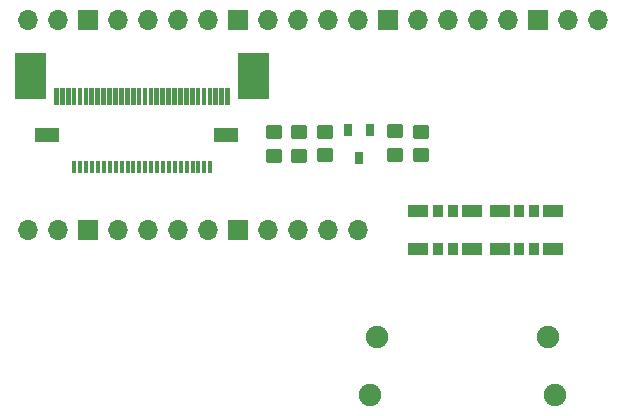
<source format=gbr>
%TF.GenerationSoftware,KiCad,Pcbnew,(6.0.11-0)*%
%TF.CreationDate,2023-07-08T11:49:35-05:00*%
%TF.ProjectId,PicoDVI-N64,5069636f-4456-4492-9d4e-36342e6b6963,rev?*%
%TF.SameCoordinates,Original*%
%TF.FileFunction,Soldermask,Bot*%
%TF.FilePolarity,Negative*%
%FSLAX46Y46*%
G04 Gerber Fmt 4.6, Leading zero omitted, Abs format (unit mm)*
G04 Created by KiCad (PCBNEW (6.0.11-0)) date 2023-07-08 11:49:35*
%MOMM*%
%LPD*%
G01*
G04 APERTURE LIST*
G04 Aperture macros list*
%AMRoundRect*
0 Rectangle with rounded corners*
0 $1 Rounding radius*
0 $2 $3 $4 $5 $6 $7 $8 $9 X,Y pos of 4 corners*
0 Add a 4 corners polygon primitive as box body*
4,1,4,$2,$3,$4,$5,$6,$7,$8,$9,$2,$3,0*
0 Add four circle primitives for the rounded corners*
1,1,$1+$1,$2,$3*
1,1,$1+$1,$4,$5*
1,1,$1+$1,$6,$7*
1,1,$1+$1,$8,$9*
0 Add four rect primitives between the rounded corners*
20,1,$1+$1,$2,$3,$4,$5,0*
20,1,$1+$1,$4,$5,$6,$7,0*
20,1,$1+$1,$6,$7,$8,$9,0*
20,1,$1+$1,$8,$9,$2,$3,0*%
G04 Aperture macros list end*
%ADD10C,1.900000*%
%ADD11O,1.700000X1.700000*%
%ADD12R,1.700000X1.700000*%
%ADD13R,1.651000X1.092200*%
%ADD14R,0.939800X1.092200*%
%ADD15RoundRect,0.250000X-0.450000X0.350000X-0.450000X-0.350000X0.450000X-0.350000X0.450000X0.350000X0*%
%ADD16R,2.000000X1.300000*%
%ADD17R,0.300000X1.000000*%
%ADD18R,0.700000X1.050000*%
G04 APERTURE END LIST*
%TO.C,X1*%
G36*
X130625000Y-89450800D02*
G01*
X130225000Y-89450800D01*
X130225000Y-88050800D01*
X130625000Y-88050800D01*
X130625000Y-89450800D01*
G37*
G36*
X132125000Y-89450800D02*
G01*
X131725000Y-89450800D01*
X131725000Y-88050800D01*
X132125000Y-88050800D01*
X132125000Y-89450800D01*
G37*
G36*
X129625000Y-89450800D02*
G01*
X129225000Y-89450800D01*
X129225000Y-88050800D01*
X129625000Y-88050800D01*
X129625000Y-89450800D01*
G37*
G36*
X124625000Y-89450800D02*
G01*
X124225000Y-89450800D01*
X124225000Y-88050800D01*
X124625000Y-88050800D01*
X124625000Y-89450800D01*
G37*
G36*
X136625000Y-89450800D02*
G01*
X136225000Y-89450800D01*
X136225000Y-88050800D01*
X136625000Y-88050800D01*
X136625000Y-89450800D01*
G37*
G36*
X137125000Y-89450800D02*
G01*
X136725000Y-89450800D01*
X136725000Y-88050800D01*
X137125000Y-88050800D01*
X137125000Y-89450800D01*
G37*
G36*
X135625000Y-89450800D02*
G01*
X135225000Y-89450800D01*
X135225000Y-88050800D01*
X135625000Y-88050800D01*
X135625000Y-89450800D01*
G37*
G36*
X133125000Y-89450800D02*
G01*
X132725000Y-89450800D01*
X132725000Y-88050800D01*
X133125000Y-88050800D01*
X133125000Y-89450800D01*
G37*
G36*
X123507000Y-88970800D02*
G01*
X120907000Y-88970800D01*
X120907000Y-85070800D01*
X123507000Y-85070800D01*
X123507000Y-88970800D01*
G37*
G36*
X128625000Y-89450800D02*
G01*
X128225000Y-89450800D01*
X128225000Y-88050800D01*
X128625000Y-88050800D01*
X128625000Y-89450800D01*
G37*
G36*
X142443000Y-88970800D02*
G01*
X139843000Y-88970800D01*
X139843000Y-85070800D01*
X142443000Y-85070800D01*
X142443000Y-88970800D01*
G37*
G36*
X138625000Y-89450800D02*
G01*
X138225000Y-89450800D01*
X138225000Y-88050800D01*
X138625000Y-88050800D01*
X138625000Y-89450800D01*
G37*
G36*
X125125000Y-89450800D02*
G01*
X124725000Y-89450800D01*
X124725000Y-88050800D01*
X125125000Y-88050800D01*
X125125000Y-89450800D01*
G37*
G36*
X137625000Y-89450800D02*
G01*
X137225000Y-89450800D01*
X137225000Y-88050800D01*
X137625000Y-88050800D01*
X137625000Y-89450800D01*
G37*
G36*
X139125000Y-89450800D02*
G01*
X138725000Y-89450800D01*
X138725000Y-88050800D01*
X139125000Y-88050800D01*
X139125000Y-89450800D01*
G37*
G36*
X131625000Y-89450800D02*
G01*
X131225000Y-89450800D01*
X131225000Y-88050800D01*
X131625000Y-88050800D01*
X131625000Y-89450800D01*
G37*
G36*
X135125000Y-89450800D02*
G01*
X134725000Y-89450800D01*
X134725000Y-88050800D01*
X135125000Y-88050800D01*
X135125000Y-89450800D01*
G37*
G36*
X127625000Y-89450800D02*
G01*
X127225000Y-89450800D01*
X127225000Y-88050800D01*
X127625000Y-88050800D01*
X127625000Y-89450800D01*
G37*
G36*
X128125000Y-89450800D02*
G01*
X127725000Y-89450800D01*
X127725000Y-88050800D01*
X128125000Y-88050800D01*
X128125000Y-89450800D01*
G37*
G36*
X130125000Y-89450800D02*
G01*
X129725000Y-89450800D01*
X129725000Y-88050800D01*
X130125000Y-88050800D01*
X130125000Y-89450800D01*
G37*
G36*
X125625000Y-89450800D02*
G01*
X125225000Y-89450800D01*
X125225000Y-88050800D01*
X125625000Y-88050800D01*
X125625000Y-89450800D01*
G37*
G36*
X129125000Y-89450800D02*
G01*
X128725000Y-89450800D01*
X128725000Y-88050800D01*
X129125000Y-88050800D01*
X129125000Y-89450800D01*
G37*
G36*
X132625000Y-89450800D02*
G01*
X132225000Y-89450800D01*
X132225000Y-88050800D01*
X132625000Y-88050800D01*
X132625000Y-89450800D01*
G37*
G36*
X127125000Y-89450800D02*
G01*
X126725000Y-89450800D01*
X126725000Y-88050800D01*
X127125000Y-88050800D01*
X127125000Y-89450800D01*
G37*
G36*
X131125000Y-89450800D02*
G01*
X130725000Y-89450800D01*
X130725000Y-88050800D01*
X131125000Y-88050800D01*
X131125000Y-89450800D01*
G37*
G36*
X126625000Y-89450800D02*
G01*
X126225000Y-89450800D01*
X126225000Y-88050800D01*
X126625000Y-88050800D01*
X126625000Y-89450800D01*
G37*
G36*
X134625000Y-89450800D02*
G01*
X134225000Y-89450800D01*
X134225000Y-88050800D01*
X134625000Y-88050800D01*
X134625000Y-89450800D01*
G37*
G36*
X133625000Y-89450800D02*
G01*
X133225000Y-89450800D01*
X133225000Y-88050800D01*
X133625000Y-88050800D01*
X133625000Y-89450800D01*
G37*
G36*
X136125000Y-89450800D02*
G01*
X135725000Y-89450800D01*
X135725000Y-88050800D01*
X136125000Y-88050800D01*
X136125000Y-89450800D01*
G37*
G36*
X134125000Y-89450800D02*
G01*
X133725000Y-89450800D01*
X133725000Y-88050800D01*
X134125000Y-88050800D01*
X134125000Y-89450800D01*
G37*
G36*
X138125000Y-89450800D02*
G01*
X137725000Y-89450800D01*
X137725000Y-88050800D01*
X138125000Y-88050800D01*
X138125000Y-89450800D01*
G37*
G36*
X126125000Y-89450800D02*
G01*
X125725000Y-89450800D01*
X125725000Y-88050800D01*
X126125000Y-88050800D01*
X126125000Y-89450800D01*
G37*
%TD*%
D10*
%TO.C,J4*%
X166675000Y-114012500D03*
X166075000Y-109112500D03*
X151575000Y-109112500D03*
X150975000Y-114012500D03*
%TD*%
D11*
%TO.C,REF\u002A\u002A*%
X122045000Y-100040000D03*
X124585000Y-100040000D03*
D12*
X127125000Y-100040000D03*
D11*
X129665000Y-100040000D03*
X132205000Y-100040000D03*
X134745000Y-100040000D03*
X137285000Y-100040000D03*
D12*
X139825000Y-100040000D03*
D11*
X142365000Y-100040000D03*
X144905000Y-100040000D03*
X147450000Y-100075000D03*
X149985000Y-100040000D03*
X170305000Y-82260000D03*
X167765000Y-82260000D03*
D12*
X165225000Y-82260000D03*
D11*
X162685000Y-82260000D03*
X160145000Y-82260000D03*
X157605000Y-82260000D03*
X155065000Y-82260000D03*
D12*
X152525000Y-82260000D03*
D11*
X149985000Y-82260000D03*
X147445000Y-82260000D03*
X144905000Y-82260000D03*
X142365000Y-82260000D03*
D12*
X139825000Y-82260000D03*
D11*
X137285000Y-82260000D03*
X134745000Y-82260000D03*
X132205000Y-82260000D03*
X129665000Y-82260000D03*
D12*
X127125000Y-82260000D03*
D11*
X124585000Y-82260000D03*
X122045000Y-82260000D03*
%TD*%
D13*
%TO.C,REF\u002A\u002A*%
X166498300Y-101637900D03*
D14*
X164872700Y-101637900D03*
X163602700Y-101637900D03*
D13*
X161951700Y-101637900D03*
X161951700Y-98412100D03*
D14*
X163602700Y-98412100D03*
X164872700Y-98412100D03*
D13*
X166498300Y-98412100D03*
%TD*%
D15*
%TO.C,*%
X153130000Y-91685000D03*
X153130000Y-93685000D03*
%TD*%
%TO.C,*%
X155335000Y-91730000D03*
X155335000Y-93730000D03*
%TD*%
%TO.C,*%
X142875000Y-91750000D03*
X142875000Y-93750000D03*
%TD*%
D13*
%TO.C,REF\u002A\u002A*%
X155076700Y-98412100D03*
D14*
X156702300Y-98412100D03*
X157972300Y-98412100D03*
D13*
X159623300Y-98412100D03*
X159623300Y-101637900D03*
D14*
X157972300Y-101637900D03*
X156702300Y-101637900D03*
D13*
X155076700Y-101637900D03*
%TD*%
D15*
%TO.C,*%
X144975000Y-91750000D03*
X144975000Y-93750000D03*
%TD*%
D16*
%TO.C,J\u002A\u002A*%
X123650000Y-92025000D03*
X138750000Y-92025000D03*
D17*
X125950000Y-94725000D03*
X126450000Y-94725000D03*
X126950000Y-94725000D03*
X127450000Y-94725000D03*
X127950000Y-94725000D03*
X128450000Y-94725000D03*
X128950000Y-94725000D03*
X129450000Y-94725000D03*
X129950000Y-94725000D03*
X130450000Y-94725000D03*
X130950000Y-94725000D03*
X131450000Y-94725000D03*
X131950000Y-94725000D03*
X132450000Y-94725000D03*
X132950000Y-94725000D03*
X133450000Y-94725000D03*
X133950000Y-94725000D03*
X134450000Y-94725000D03*
X134950000Y-94725000D03*
X135450000Y-94725000D03*
X135950000Y-94725000D03*
X136450000Y-94725000D03*
X136950000Y-94725000D03*
X137450000Y-94725000D03*
%TD*%
D15*
%TO.C,*%
X147125000Y-91725000D03*
X147125000Y-93725000D03*
%TD*%
D18*
%TO.C,Q\u002A\u002A*%
X149100000Y-91625000D03*
X151000000Y-91625000D03*
X150050000Y-93925000D03*
%TD*%
M02*

</source>
